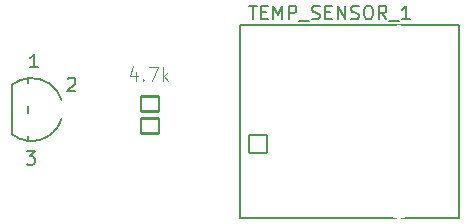
<source format=gto>
G04 #@! TF.GenerationSoftware,KiCad,Pcbnew,7.0.2*
G04 #@! TF.CreationDate,2024-01-01T15:40:13-07:00*
G04 #@! TF.ProjectId,Temp Sensor Board 1,54656d70-2053-4656-9e73-6f7220426f61,rev?*
G04 #@! TF.SameCoordinates,Original*
G04 #@! TF.FileFunction,Legend,Top*
G04 #@! TF.FilePolarity,Positive*
%FSLAX46Y46*%
G04 Gerber Fmt 4.6, Leading zero omitted, Abs format (unit mm)*
G04 Created by KiCad (PCBNEW 7.0.2) date 2024-01-01 15:40:13*
%MOMM*%
%LPD*%
G01*
G04 APERTURE LIST*
G04 Aperture macros list*
%AMRoundRect*
0 Rectangle with rounded corners*
0 $1 Rounding radius*
0 $2 $3 $4 $5 $6 $7 $8 $9 X,Y pos of 4 corners*
0 Add a 4 corners polygon primitive as box body*
4,1,4,$2,$3,$4,$5,$6,$7,$8,$9,$2,$3,0*
0 Add four circle primitives for the rounded corners*
1,1,$1+$1,$2,$3*
1,1,$1+$1,$4,$5*
1,1,$1+$1,$6,$7*
1,1,$1+$1,$8,$9*
0 Add four rect primitives between the rounded corners*
20,1,$1+$1,$2,$3,$4,$5,0*
20,1,$1+$1,$4,$5,$6,$7,0*
20,1,$1+$1,$6,$7,$8,$9,0*
20,1,$1+$1,$8,$9,$2,$3,0*%
%AMFreePoly0*
4,1,25,0.333266,0.742596,0.345389,0.732242,0.732242,0.345389,0.760749,0.289441,0.762000,0.273547,0.762000,-0.273547,0.742596,-0.333266,0.732242,-0.345389,0.345389,-0.732242,0.289441,-0.760749,0.273547,-0.762000,-0.273547,-0.762000,-0.333266,-0.742596,-0.345389,-0.732242,-0.732242,-0.345389,-0.760749,-0.289441,-0.762000,-0.273547,-0.762000,0.273547,-0.742596,0.333266,-0.732242,0.345389,
-0.345389,0.732242,-0.289441,0.760749,-0.273547,0.762000,0.273547,0.762000,0.333266,0.742596,0.333266,0.742596,$1*%
G04 Aperture macros list end*
%ADD10C,0.127000*%
%ADD11C,0.101600*%
%ADD12C,2.678200*%
%ADD13C,1.711200*%
%ADD14RoundRect,0.101600X0.754000X-0.754000X0.754000X0.754000X-0.754000X0.754000X-0.754000X-0.754000X0*%
%ADD15C,3.300000*%
%ADD16FreePoly0,270.000000*%
%ADD17RoundRect,0.101600X-0.750000X0.650000X-0.750000X-0.650000X0.750000X-0.650000X0.750000X0.650000X0*%
G04 APERTURE END LIST*
D10*
X140581743Y-73774118D02*
X141234886Y-73774118D01*
X140908314Y-74917118D02*
X140908314Y-73774118D01*
X141615885Y-74318404D02*
X141996885Y-74318404D01*
X142160171Y-74917118D02*
X141615885Y-74917118D01*
X141615885Y-74917118D02*
X141615885Y-73774118D01*
X141615885Y-73774118D02*
X142160171Y-73774118D01*
X142650028Y-74917118D02*
X142650028Y-73774118D01*
X142650028Y-73774118D02*
X143031028Y-74590547D01*
X143031028Y-74590547D02*
X143412028Y-73774118D01*
X143412028Y-73774118D02*
X143412028Y-74917118D01*
X143956314Y-74917118D02*
X143956314Y-73774118D01*
X143956314Y-73774118D02*
X144391743Y-73774118D01*
X144391743Y-73774118D02*
X144500600Y-73828547D01*
X144500600Y-73828547D02*
X144555029Y-73882975D01*
X144555029Y-73882975D02*
X144609457Y-73991832D01*
X144609457Y-73991832D02*
X144609457Y-74155118D01*
X144609457Y-74155118D02*
X144555029Y-74263975D01*
X144555029Y-74263975D02*
X144500600Y-74318404D01*
X144500600Y-74318404D02*
X144391743Y-74372832D01*
X144391743Y-74372832D02*
X143956314Y-74372832D01*
X144827172Y-75025975D02*
X145698029Y-75025975D01*
X145915743Y-74862690D02*
X146079029Y-74917118D01*
X146079029Y-74917118D02*
X146351171Y-74917118D01*
X146351171Y-74917118D02*
X146460029Y-74862690D01*
X146460029Y-74862690D02*
X146514457Y-74808261D01*
X146514457Y-74808261D02*
X146568886Y-74699404D01*
X146568886Y-74699404D02*
X146568886Y-74590547D01*
X146568886Y-74590547D02*
X146514457Y-74481690D01*
X146514457Y-74481690D02*
X146460029Y-74427261D01*
X146460029Y-74427261D02*
X146351171Y-74372832D01*
X146351171Y-74372832D02*
X146133457Y-74318404D01*
X146133457Y-74318404D02*
X146024600Y-74263975D01*
X146024600Y-74263975D02*
X145970171Y-74209547D01*
X145970171Y-74209547D02*
X145915743Y-74100690D01*
X145915743Y-74100690D02*
X145915743Y-73991832D01*
X145915743Y-73991832D02*
X145970171Y-73882975D01*
X145970171Y-73882975D02*
X146024600Y-73828547D01*
X146024600Y-73828547D02*
X146133457Y-73774118D01*
X146133457Y-73774118D02*
X146405600Y-73774118D01*
X146405600Y-73774118D02*
X146568886Y-73828547D01*
X147058742Y-74318404D02*
X147439742Y-74318404D01*
X147603028Y-74917118D02*
X147058742Y-74917118D01*
X147058742Y-74917118D02*
X147058742Y-73774118D01*
X147058742Y-73774118D02*
X147603028Y-73774118D01*
X148092885Y-74917118D02*
X148092885Y-73774118D01*
X148092885Y-73774118D02*
X148746028Y-74917118D01*
X148746028Y-74917118D02*
X148746028Y-73774118D01*
X149235886Y-74862690D02*
X149399172Y-74917118D01*
X149399172Y-74917118D02*
X149671314Y-74917118D01*
X149671314Y-74917118D02*
X149780172Y-74862690D01*
X149780172Y-74862690D02*
X149834600Y-74808261D01*
X149834600Y-74808261D02*
X149889029Y-74699404D01*
X149889029Y-74699404D02*
X149889029Y-74590547D01*
X149889029Y-74590547D02*
X149834600Y-74481690D01*
X149834600Y-74481690D02*
X149780172Y-74427261D01*
X149780172Y-74427261D02*
X149671314Y-74372832D01*
X149671314Y-74372832D02*
X149453600Y-74318404D01*
X149453600Y-74318404D02*
X149344743Y-74263975D01*
X149344743Y-74263975D02*
X149290314Y-74209547D01*
X149290314Y-74209547D02*
X149235886Y-74100690D01*
X149235886Y-74100690D02*
X149235886Y-73991832D01*
X149235886Y-73991832D02*
X149290314Y-73882975D01*
X149290314Y-73882975D02*
X149344743Y-73828547D01*
X149344743Y-73828547D02*
X149453600Y-73774118D01*
X149453600Y-73774118D02*
X149725743Y-73774118D01*
X149725743Y-73774118D02*
X149889029Y-73828547D01*
X150596600Y-73774118D02*
X150814314Y-73774118D01*
X150814314Y-73774118D02*
X150923171Y-73828547D01*
X150923171Y-73828547D02*
X151032028Y-73937404D01*
X151032028Y-73937404D02*
X151086457Y-74155118D01*
X151086457Y-74155118D02*
X151086457Y-74536118D01*
X151086457Y-74536118D02*
X151032028Y-74753832D01*
X151032028Y-74753832D02*
X150923171Y-74862690D01*
X150923171Y-74862690D02*
X150814314Y-74917118D01*
X150814314Y-74917118D02*
X150596600Y-74917118D01*
X150596600Y-74917118D02*
X150487743Y-74862690D01*
X150487743Y-74862690D02*
X150378885Y-74753832D01*
X150378885Y-74753832D02*
X150324457Y-74536118D01*
X150324457Y-74536118D02*
X150324457Y-74155118D01*
X150324457Y-74155118D02*
X150378885Y-73937404D01*
X150378885Y-73937404D02*
X150487743Y-73828547D01*
X150487743Y-73828547D02*
X150596600Y-73774118D01*
X152229457Y-74917118D02*
X151848457Y-74372832D01*
X151576314Y-74917118D02*
X151576314Y-73774118D01*
X151576314Y-73774118D02*
X152011743Y-73774118D01*
X152011743Y-73774118D02*
X152120600Y-73828547D01*
X152120600Y-73828547D02*
X152175029Y-73882975D01*
X152175029Y-73882975D02*
X152229457Y-73991832D01*
X152229457Y-73991832D02*
X152229457Y-74155118D01*
X152229457Y-74155118D02*
X152175029Y-74263975D01*
X152175029Y-74263975D02*
X152120600Y-74318404D01*
X152120600Y-74318404D02*
X152011743Y-74372832D01*
X152011743Y-74372832D02*
X151576314Y-74372832D01*
X152447172Y-75025975D02*
X153318029Y-75025975D01*
X154188886Y-74917118D02*
X153535743Y-74917118D01*
X153862314Y-74917118D02*
X153862314Y-73774118D01*
X153862314Y-73774118D02*
X153753457Y-73937404D01*
X153753457Y-73937404D02*
X153644600Y-74046261D01*
X153644600Y-74046261D02*
X153535743Y-74100690D01*
X125240143Y-79978975D02*
X125294571Y-79924547D01*
X125294571Y-79924547D02*
X125403429Y-79870118D01*
X125403429Y-79870118D02*
X125675571Y-79870118D01*
X125675571Y-79870118D02*
X125784429Y-79924547D01*
X125784429Y-79924547D02*
X125838857Y-79978975D01*
X125838857Y-79978975D02*
X125893286Y-80087832D01*
X125893286Y-80087832D02*
X125893286Y-80196690D01*
X125893286Y-80196690D02*
X125838857Y-80359975D01*
X125838857Y-80359975D02*
X125185714Y-81013118D01*
X125185714Y-81013118D02*
X125893286Y-81013118D01*
X122718286Y-78981118D02*
X122065143Y-78981118D01*
X122391714Y-78981118D02*
X122391714Y-77838118D01*
X122391714Y-77838118D02*
X122282857Y-78001404D01*
X122282857Y-78001404D02*
X122174000Y-78110261D01*
X122174000Y-78110261D02*
X122065143Y-78164690D01*
X121756714Y-86093118D02*
X122464286Y-86093118D01*
X122464286Y-86093118D02*
X122083286Y-86528547D01*
X122083286Y-86528547D02*
X122246571Y-86528547D01*
X122246571Y-86528547D02*
X122355429Y-86582975D01*
X122355429Y-86582975D02*
X122409857Y-86637404D01*
X122409857Y-86637404D02*
X122464286Y-86746261D01*
X122464286Y-86746261D02*
X122464286Y-87018404D01*
X122464286Y-87018404D02*
X122409857Y-87127261D01*
X122409857Y-87127261D02*
X122355429Y-87181690D01*
X122355429Y-87181690D02*
X122246571Y-87236118D01*
X122246571Y-87236118D02*
X121920000Y-87236118D01*
X121920000Y-87236118D02*
X121811143Y-87181690D01*
X121811143Y-87181690D02*
X121756714Y-87127261D01*
D11*
X131036180Y-79342076D02*
X131036180Y-80121010D01*
X130757989Y-78896972D02*
X130479799Y-79731543D01*
X130479799Y-79731543D02*
X131203094Y-79731543D01*
X131648199Y-80009733D02*
X131703837Y-80065372D01*
X131703837Y-80065372D02*
X131648199Y-80121010D01*
X131648199Y-80121010D02*
X131592561Y-80065372D01*
X131592561Y-80065372D02*
X131648199Y-80009733D01*
X131648199Y-80009733D02*
X131648199Y-80121010D01*
X132093304Y-78952610D02*
X132872237Y-78952610D01*
X132872237Y-78952610D02*
X132371494Y-80121010D01*
X133317342Y-80121010D02*
X133317342Y-78952610D01*
X133428618Y-79675905D02*
X133762447Y-80121010D01*
X133762447Y-79342076D02*
X133317342Y-79787181D01*
D10*
X139831000Y-75401000D02*
X158371000Y-75401000D01*
X158371000Y-91731000D02*
X158371000Y-75401000D01*
X139831000Y-91731000D02*
X139831000Y-75401000D01*
X139831000Y-91731000D02*
X158371000Y-91731000D01*
X121920000Y-79895100D02*
X121920000Y-80296300D01*
X120523000Y-80455500D02*
X120523000Y-84644500D01*
X121920000Y-82263700D02*
X121920000Y-82836300D01*
X121920000Y-84803700D02*
X121920000Y-85204900D01*
X124722500Y-81763701D02*
G75*
G03*
X121920000Y-79895101I-2548479J-786298D01*
G01*
X121920000Y-79895099D02*
G75*
G03*
X120523000Y-80455400I253950J-2654895D01*
G01*
X120523001Y-84644498D02*
G75*
G03*
X124722400Y-83336300I1650989J2094488D01*
G01*
%LPC*%
D12*
X153291000Y-76711000D03*
X153291000Y-90431000D03*
D13*
X143891000Y-81661000D03*
X143891000Y-84201000D03*
X143891000Y-86741000D03*
X141351000Y-80391000D03*
X141351000Y-82931000D03*
D14*
X141351000Y-85471000D03*
D15*
X150241000Y-78491000D03*
X150241000Y-88651000D03*
D16*
X122174000Y-81280000D03*
X124079000Y-82550000D03*
X122174000Y-83820000D03*
D17*
X132207000Y-82047000D03*
X132207000Y-83947000D03*
%LPD*%
M02*

</source>
